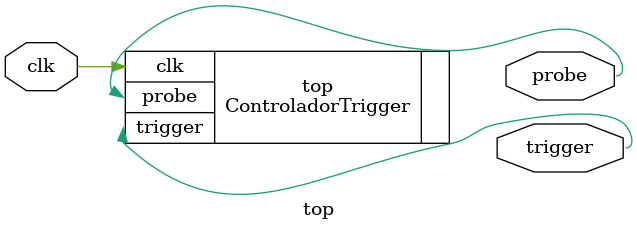
<source format=v>
`include "./ControladorTrigger.v"
module top (
    // 25MHz clock input
    input  clk,
    // outputs
    output trigger,
    output probe
);

  ControladorTrigger top (
      .clk(clk),
      .trigger(trigger),
      .probe(probe)
  );

endmodule

</source>
